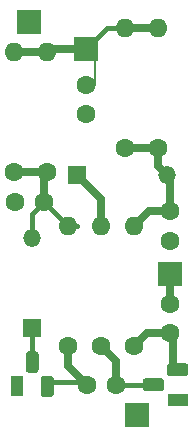
<source format=gbr>
G04 #@! TF.GenerationSoftware,KiCad,Pcbnew,(5.1.5)-3*
G04 #@! TF.CreationDate,2021-08-21T07:51:41-04:00*
G04 #@! TF.ProjectId,NoiseGen,4e6f6973-6547-4656-9e2e-6b696361645f,1*
G04 #@! TF.SameCoordinates,Original*
G04 #@! TF.FileFunction,Copper,L1,Top*
G04 #@! TF.FilePolarity,Positive*
%FSLAX46Y46*%
G04 Gerber Fmt 4.6, Leading zero omitted, Abs format (unit mm)*
G04 Created by KiCad (PCBNEW (5.1.5)-3) date 2021-08-21 07:51:41*
%MOMM*%
%LPD*%
G04 APERTURE LIST*
%ADD10C,0.150000*%
%ADD11R,1.100000X1.800000*%
%ADD12R,1.800000X1.100000*%
%ADD13R,1.500000X1.500000*%
%ADD14O,1.500000X1.500000*%
%ADD15C,1.600000*%
%ADD16O,1.600000X1.600000*%
%ADD17R,2.000000X2.000000*%
%ADD18C,0.635000*%
%ADD19C,0.381000*%
%ADD20C,0.203200*%
G04 APERTURE END LIST*
G04 #@! TA.AperFunction,ComponentPad*
D10*
G36*
X60773955Y-65007724D02*
G01*
X60800650Y-65011684D01*
X60826828Y-65018241D01*
X60852238Y-65027333D01*
X60876634Y-65038872D01*
X60899782Y-65052746D01*
X60921458Y-65068822D01*
X60941454Y-65086946D01*
X60959578Y-65106942D01*
X60975654Y-65128618D01*
X60989528Y-65151766D01*
X61001067Y-65176162D01*
X61010159Y-65201572D01*
X61016716Y-65227750D01*
X61020676Y-65254445D01*
X61022000Y-65281400D01*
X61022000Y-66531400D01*
X61020676Y-66558355D01*
X61016716Y-66585050D01*
X61010159Y-66611228D01*
X61001067Y-66636638D01*
X60989528Y-66661034D01*
X60975654Y-66684182D01*
X60959578Y-66705858D01*
X60941454Y-66725854D01*
X60921458Y-66743978D01*
X60899782Y-66760054D01*
X60876634Y-66773928D01*
X60852238Y-66785467D01*
X60826828Y-66794559D01*
X60800650Y-66801116D01*
X60773955Y-66805076D01*
X60747000Y-66806400D01*
X60197000Y-66806400D01*
X60170045Y-66805076D01*
X60143350Y-66801116D01*
X60117172Y-66794559D01*
X60091762Y-66785467D01*
X60067366Y-66773928D01*
X60044218Y-66760054D01*
X60022542Y-66743978D01*
X60002546Y-66725854D01*
X59984422Y-66705858D01*
X59968346Y-66684182D01*
X59954472Y-66661034D01*
X59942933Y-66636638D01*
X59933841Y-66611228D01*
X59927284Y-66585050D01*
X59923324Y-66558355D01*
X59922000Y-66531400D01*
X59922000Y-65281400D01*
X59923324Y-65254445D01*
X59927284Y-65227750D01*
X59933841Y-65201572D01*
X59942933Y-65176162D01*
X59954472Y-65151766D01*
X59968346Y-65128618D01*
X59984422Y-65106942D01*
X60002546Y-65086946D01*
X60022542Y-65068822D01*
X60044218Y-65052746D01*
X60067366Y-65038872D01*
X60091762Y-65027333D01*
X60117172Y-65018241D01*
X60143350Y-65011684D01*
X60170045Y-65007724D01*
X60197000Y-65006400D01*
X60747000Y-65006400D01*
X60773955Y-65007724D01*
G37*
G04 #@! TD.AperFunction*
G04 #@! TA.AperFunction,ComponentPad*
G36*
X62043955Y-67077724D02*
G01*
X62070650Y-67081684D01*
X62096828Y-67088241D01*
X62122238Y-67097333D01*
X62146634Y-67108872D01*
X62169782Y-67122746D01*
X62191458Y-67138822D01*
X62211454Y-67156946D01*
X62229578Y-67176942D01*
X62245654Y-67198618D01*
X62259528Y-67221766D01*
X62271067Y-67246162D01*
X62280159Y-67271572D01*
X62286716Y-67297750D01*
X62290676Y-67324445D01*
X62292000Y-67351400D01*
X62292000Y-68601400D01*
X62290676Y-68628355D01*
X62286716Y-68655050D01*
X62280159Y-68681228D01*
X62271067Y-68706638D01*
X62259528Y-68731034D01*
X62245654Y-68754182D01*
X62229578Y-68775858D01*
X62211454Y-68795854D01*
X62191458Y-68813978D01*
X62169782Y-68830054D01*
X62146634Y-68843928D01*
X62122238Y-68855467D01*
X62096828Y-68864559D01*
X62070650Y-68871116D01*
X62043955Y-68875076D01*
X62017000Y-68876400D01*
X61467000Y-68876400D01*
X61440045Y-68875076D01*
X61413350Y-68871116D01*
X61387172Y-68864559D01*
X61361762Y-68855467D01*
X61337366Y-68843928D01*
X61314218Y-68830054D01*
X61292542Y-68813978D01*
X61272546Y-68795854D01*
X61254422Y-68775858D01*
X61238346Y-68754182D01*
X61224472Y-68731034D01*
X61212933Y-68706638D01*
X61203841Y-68681228D01*
X61197284Y-68655050D01*
X61193324Y-68628355D01*
X61192000Y-68601400D01*
X61192000Y-67351400D01*
X61193324Y-67324445D01*
X61197284Y-67297750D01*
X61203841Y-67271572D01*
X61212933Y-67246162D01*
X61224472Y-67221766D01*
X61238346Y-67198618D01*
X61254422Y-67176942D01*
X61272546Y-67156946D01*
X61292542Y-67138822D01*
X61314218Y-67122746D01*
X61337366Y-67108872D01*
X61361762Y-67097333D01*
X61387172Y-67088241D01*
X61413350Y-67081684D01*
X61440045Y-67077724D01*
X61467000Y-67076400D01*
X62017000Y-67076400D01*
X62043955Y-67077724D01*
G37*
G04 #@! TD.AperFunction*
D11*
X59202000Y-67976400D03*
D12*
X72810000Y-69100400D03*
G04 #@! TA.AperFunction,ComponentPad*
D10*
G36*
X73461955Y-66011724D02*
G01*
X73488650Y-66015684D01*
X73514828Y-66022241D01*
X73540238Y-66031333D01*
X73564634Y-66042872D01*
X73587782Y-66056746D01*
X73609458Y-66072822D01*
X73629454Y-66090946D01*
X73647578Y-66110942D01*
X73663654Y-66132618D01*
X73677528Y-66155766D01*
X73689067Y-66180162D01*
X73698159Y-66205572D01*
X73704716Y-66231750D01*
X73708676Y-66258445D01*
X73710000Y-66285400D01*
X73710000Y-66835400D01*
X73708676Y-66862355D01*
X73704716Y-66889050D01*
X73698159Y-66915228D01*
X73689067Y-66940638D01*
X73677528Y-66965034D01*
X73663654Y-66988182D01*
X73647578Y-67009858D01*
X73629454Y-67029854D01*
X73609458Y-67047978D01*
X73587782Y-67064054D01*
X73564634Y-67077928D01*
X73540238Y-67089467D01*
X73514828Y-67098559D01*
X73488650Y-67105116D01*
X73461955Y-67109076D01*
X73435000Y-67110400D01*
X72185000Y-67110400D01*
X72158045Y-67109076D01*
X72131350Y-67105116D01*
X72105172Y-67098559D01*
X72079762Y-67089467D01*
X72055366Y-67077928D01*
X72032218Y-67064054D01*
X72010542Y-67047978D01*
X71990546Y-67029854D01*
X71972422Y-67009858D01*
X71956346Y-66988182D01*
X71942472Y-66965034D01*
X71930933Y-66940638D01*
X71921841Y-66915228D01*
X71915284Y-66889050D01*
X71911324Y-66862355D01*
X71910000Y-66835400D01*
X71910000Y-66285400D01*
X71911324Y-66258445D01*
X71915284Y-66231750D01*
X71921841Y-66205572D01*
X71930933Y-66180162D01*
X71942472Y-66155766D01*
X71956346Y-66132618D01*
X71972422Y-66110942D01*
X71990546Y-66090946D01*
X72010542Y-66072822D01*
X72032218Y-66056746D01*
X72055366Y-66042872D01*
X72079762Y-66031333D01*
X72105172Y-66022241D01*
X72131350Y-66015684D01*
X72158045Y-66011724D01*
X72185000Y-66010400D01*
X73435000Y-66010400D01*
X73461955Y-66011724D01*
G37*
G04 #@! TD.AperFunction*
G04 #@! TA.AperFunction,ComponentPad*
G36*
X71391955Y-67281724D02*
G01*
X71418650Y-67285684D01*
X71444828Y-67292241D01*
X71470238Y-67301333D01*
X71494634Y-67312872D01*
X71517782Y-67326746D01*
X71539458Y-67342822D01*
X71559454Y-67360946D01*
X71577578Y-67380942D01*
X71593654Y-67402618D01*
X71607528Y-67425766D01*
X71619067Y-67450162D01*
X71628159Y-67475572D01*
X71634716Y-67501750D01*
X71638676Y-67528445D01*
X71640000Y-67555400D01*
X71640000Y-68105400D01*
X71638676Y-68132355D01*
X71634716Y-68159050D01*
X71628159Y-68185228D01*
X71619067Y-68210638D01*
X71607528Y-68235034D01*
X71593654Y-68258182D01*
X71577578Y-68279858D01*
X71559454Y-68299854D01*
X71539458Y-68317978D01*
X71517782Y-68334054D01*
X71494634Y-68347928D01*
X71470238Y-68359467D01*
X71444828Y-68368559D01*
X71418650Y-68375116D01*
X71391955Y-68379076D01*
X71365000Y-68380400D01*
X70115000Y-68380400D01*
X70088045Y-68379076D01*
X70061350Y-68375116D01*
X70035172Y-68368559D01*
X70009762Y-68359467D01*
X69985366Y-68347928D01*
X69962218Y-68334054D01*
X69940542Y-68317978D01*
X69920546Y-68299854D01*
X69902422Y-68279858D01*
X69886346Y-68258182D01*
X69872472Y-68235034D01*
X69860933Y-68210638D01*
X69851841Y-68185228D01*
X69845284Y-68159050D01*
X69841324Y-68132355D01*
X69840000Y-68105400D01*
X69840000Y-67555400D01*
X69841324Y-67528445D01*
X69845284Y-67501750D01*
X69851841Y-67475572D01*
X69860933Y-67450162D01*
X69872472Y-67425766D01*
X69886346Y-67402618D01*
X69902422Y-67380942D01*
X69920546Y-67360946D01*
X69940542Y-67342822D01*
X69962218Y-67326746D01*
X69985366Y-67312872D01*
X70009762Y-67301333D01*
X70035172Y-67292241D01*
X70061350Y-67285684D01*
X70088045Y-67281724D01*
X70115000Y-67280400D01*
X71365000Y-67280400D01*
X71391955Y-67281724D01*
G37*
G04 #@! TD.AperFunction*
D13*
X60472000Y-63004400D03*
D14*
X60472000Y-55384400D03*
X71902000Y-50050400D03*
D13*
X64282000Y-50050400D03*
D15*
X58948000Y-49796400D03*
D16*
X58948000Y-39636400D03*
X63520000Y-54368400D03*
D15*
X63520000Y-64528400D03*
D16*
X61742000Y-39636400D03*
D15*
X61742000Y-49796400D03*
D16*
X66314000Y-54368400D03*
D15*
X66314000Y-64528400D03*
X68346000Y-47764400D03*
D16*
X68346000Y-37604400D03*
D15*
X71140000Y-47764400D03*
D16*
X71140000Y-37604400D03*
D15*
X69108000Y-64528400D03*
D16*
X69108000Y-54368400D03*
D15*
X58988000Y-52336400D03*
X61488000Y-52336400D03*
X67584000Y-67830400D03*
X65084000Y-67830400D03*
X72156000Y-53138400D03*
X72156000Y-55638400D03*
X72156000Y-60972400D03*
X72156000Y-63472400D03*
X65044000Y-42430400D03*
X65044000Y-44930400D03*
D17*
X72156000Y-58432400D03*
X65044000Y-39382400D03*
X69362000Y-70370400D03*
X60218000Y-37096400D03*
D18*
X72156000Y-60972400D02*
X72156000Y-58432400D01*
D19*
X63520000Y-54368400D02*
X61488000Y-52336400D01*
X64282000Y-54368400D02*
X63520000Y-54368400D01*
X60472000Y-53352400D02*
X61488000Y-52336400D01*
X60472000Y-55384400D02*
X60472000Y-53352400D01*
D18*
X58948000Y-49796400D02*
X61742000Y-49796400D01*
X61488000Y-50050400D02*
X61742000Y-49796400D01*
X61488000Y-52336400D02*
X61488000Y-50050400D01*
D19*
X71140000Y-67830400D02*
X67584000Y-67830400D01*
D18*
X67584000Y-65798400D02*
X66314000Y-64528400D01*
X67584000Y-67830400D02*
X67584000Y-65798400D01*
D19*
X64830000Y-67576400D02*
X65084000Y-67830400D01*
X61742000Y-67576400D02*
X64830000Y-67576400D01*
D18*
X63520000Y-66266400D02*
X65084000Y-67830400D01*
X63520000Y-64528400D02*
X63520000Y-66266400D01*
X70338000Y-53138400D02*
X69108000Y-54368400D01*
X72156000Y-53138400D02*
X70338000Y-53138400D01*
X72156000Y-50304400D02*
X71902000Y-50050400D01*
X72156000Y-53138400D02*
X72156000Y-50304400D01*
X71140000Y-49288400D02*
X71902000Y-50050400D01*
X71140000Y-47764400D02*
X71140000Y-49288400D01*
X68346000Y-47764400D02*
X71140000Y-47764400D01*
D19*
X66822000Y-37604400D02*
X65806000Y-38620400D01*
X68854000Y-37604400D02*
X66822000Y-37604400D01*
D20*
X65806000Y-42430400D02*
X65806000Y-38620400D01*
D18*
X70164000Y-63472400D02*
X69108000Y-64528400D01*
X72156000Y-63472400D02*
X70164000Y-63472400D01*
X72410000Y-63726400D02*
X72156000Y-63472400D01*
X72410000Y-66560400D02*
X72410000Y-63726400D01*
X58948000Y-39636400D02*
X61742000Y-39636400D01*
X61996000Y-39382400D02*
X61742000Y-39636400D01*
X65044000Y-39382400D02*
X61996000Y-39382400D01*
X68346000Y-37604400D02*
X71140000Y-37604400D01*
D19*
X60472000Y-63004400D02*
X60472000Y-66306400D01*
D18*
X66314000Y-52082400D02*
X64282000Y-50050400D01*
X66314000Y-54368400D02*
X66314000Y-52082400D01*
M02*

</source>
